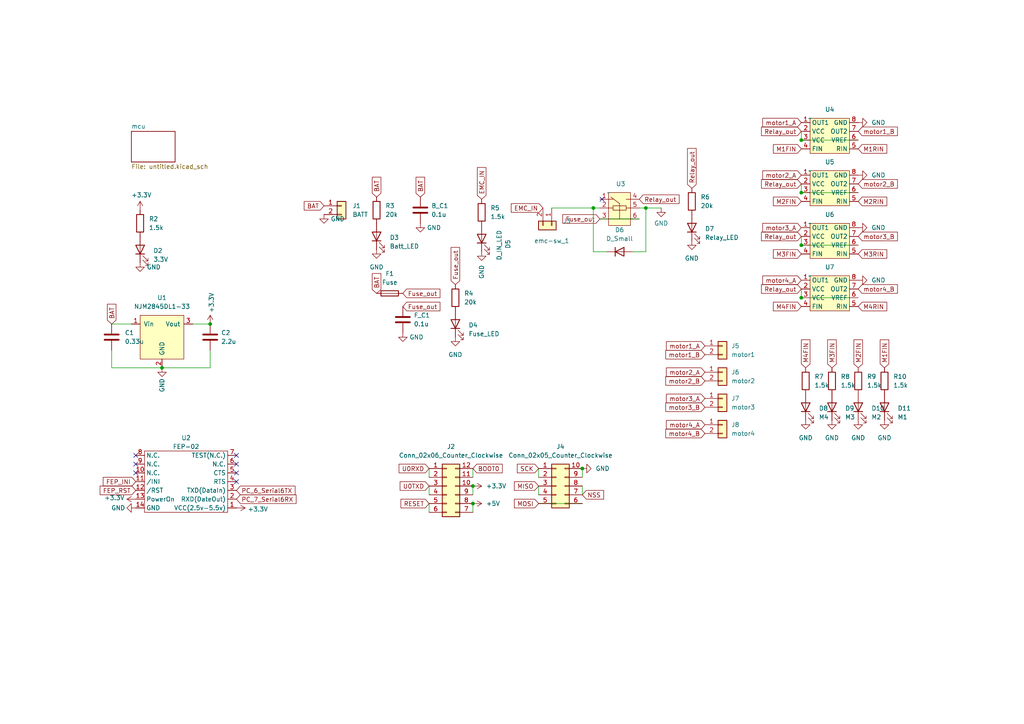
<source format=kicad_sch>
(kicad_sch (version 20230121) (generator eeschema)
  (paper "A4")
  (lib_symbols
    (symbol "+3.3V_1" (power) (pin_names (offset 0))
      (property "Value" "+3.3V_1" (at 0 3.556 0))
      (symbol "+3.3V_1_0_1"
        (polyline (pts (xy -0.762 1.27) (xy 0 2.54)))
        (polyline (pts (xy 0 0) (xy 0 2.54)))
        (polyline (pts (xy 0 2.54) (xy 0.762 1.27)))
      )
      (symbol "+3.3V_1_1_1"
        (pin power_in line (at 0 0 90) (length 0) hide (name "+3.3V") (number "1"))
      )
    )
    (symbol "+5V_1" (power) (pin_names (offset 0))
      (property "Value" "+5V_1" (at 0 3.556 0))
      (symbol "+5V_1_0_1"
        (polyline (pts (xy -0.762 1.27) (xy 0 2.54)))
        (polyline (pts (xy 0 0) (xy 0 2.54)))
        (polyline (pts (xy 0 2.54) (xy 0.762 1.27)))
      )
      (symbol "+5V_1_1_1"
        (pin power_in line (at 0 0 90) (length 0) hide (name "+5V") (number "1"))
      )
    )
    (symbol "Connector_Generic:Conn_01x02" (pin_names (offset 1.016) hide)
      (property "Reference" "J" (at 0 2.54 0))
      (property "Value" "Conn_01x02" (at 0 -5.08 0))
      (symbol "Conn_01x02_1_1"
        (rectangle (start -1.27 -2.413) (end 0 -2.667) (stroke (width 0.1524)))
        (rectangle (start -1.27 0.127) (end 0 -0.127) (stroke (width 0.1524)))
        (rectangle (start -1.27 1.27) (end 1.27 -3.81) (stroke (width 0.254)) (fill (type background)))
        (pin passive line (at -5.08 0 0) (length 3.81) (name "Pin_1") (number "1"))
        (pin passive line (at -5.08 -2.54 0) (length 3.81) (name "Pin_2") (number "2"))
      )
    )
    (symbol "Connector_Generic:Conn_02x05_Counter_Clockwise" (pin_names (offset 1.016) hide)
      (property "Reference" "J" (at 1.27 7.62 0))
      (property "Value" "Conn_02x05_Counter_Clockwise" (at 1.27 -7.62 0))
      (symbol "Conn_02x05_Counter_Clockwise_1_1"
        (rectangle (start -1.27 -4.953) (end 0 -5.207) (stroke (width 0.1524)))
        (rectangle (start -1.27 -2.413) (end 0 -2.667) (stroke (width 0.1524)))
        (rectangle (start -1.27 0.127) (end 0 -0.127) (stroke (width 0.1524)))
        (rectangle (start -1.27 2.667) (end 0 2.413) (stroke (width 0.1524)))
        (rectangle (start -1.27 5.207) (end 0 4.953) (stroke (width 0.1524)))
        (rectangle (start -1.27 6.35) (end 3.81 -6.35) (stroke (width 0.254)) (fill (type background)))
        (rectangle (start 3.81 -4.953) (end 2.54 -5.207) (stroke (width 0.1524)))
        (rectangle (start 3.81 -2.413) (end 2.54 -2.667) (stroke (width 0.1524)))
        (rectangle (start 3.81 0.127) (end 2.54 -0.127) (stroke (width 0.1524)))
        (rectangle (start 3.81 2.667) (end 2.54 2.413) (stroke (width 0.1524)))
        (rectangle (start 3.81 5.207) (end 2.54 4.953) (stroke (width 0.1524)))
        (pin passive line (at -5.08 5.08 0) (length 3.81) (name "Pin_1") (number "1"))
        (pin passive line (at 7.62 5.08 180) (length 3.81) (name "Pin_10") (number "10"))
        (pin passive line (at -5.08 2.54 0) (length 3.81) (name "Pin_2") (number "2"))
        (pin passive line (at -5.08 0 0) (length 3.81) (name "Pin_3") (number "3"))
        (pin passive line (at -5.08 -2.54 0) (length 3.81) (name "Pin_4") (number "4"))
        (pin passive line (at -5.08 -5.08 0) (length 3.81) (name "Pin_5") (number "5"))
        (pin passive line (at 7.62 -5.08 180) (length 3.81) (name "Pin_6") (number "6"))
        (pin passive line (at 7.62 -2.54 180) (length 3.81) (name "Pin_7") (number "7"))
        (pin passive line (at 7.62 0 180) (length 3.81) (name "Pin_8") (number "8"))
        (pin passive line (at 7.62 2.54 180) (length 3.81) (name "Pin_9") (number "9"))
      )
    )
    (symbol "Connector_Generic:Conn_02x06_Counter_Clockwise" (pin_names (offset 1.016) hide)
      (property "Reference" "J" (at 1.27 7.62 0))
      (property "Value" "Conn_02x06_Counter_Clockwise" (at 1.27 -10.16 0))
      (symbol "Conn_02x06_Counter_Clockwise_1_1"
        (rectangle (start -1.27 -7.493) (end 0 -7.747) (stroke (width 0.1524)))
        (rectangle (start -1.27 -4.953) (end 0 -5.207) (stroke (width 0.1524)))
        (rectangle (start -1.27 -2.413) (end 0 -2.667) (stroke (width 0.1524)))
        (rectangle (start -1.27 0.127) (end 0 -0.127) (stroke (width 0.1524)))
        (rectangle (start -1.27 2.667) (end 0 2.413) (stroke (width 0.1524)))
        (rectangle (start -1.27 5.207) (end 0 4.953) (stroke (width 0.1524)))
        (rectangle (start -1.27 6.35) (end 3.81 -8.89) (stroke (width 0.254)) (fill (type background)))
        (rectangle (start 3.81 -7.493) (end 2.54 -7.747) (stroke (width 0.1524)))
        (rectangle (start 3.81 -4.953) (end 2.54 -5.207) (stroke (width 0.1524)))
        (rectangle (start 3.81 -2.413) (end 2.54 -2.667) (stroke (width 0.1524)))
        (rectangle (start 3.81 0.127) (end 2.54 -0.127) (stroke (width 0.1524)))
        (rectangle (start 3.81 2.667) (end 2.54 2.413) (stroke (width 0.1524)))
        (rectangle (start 3.81 5.207) (end 2.54 4.953) (stroke (width 0.1524)))
        (pin passive line (at -5.08 5.08 0) (length 3.81) (name "Pin_1") (number "1"))
        (pin passive line (at 7.62 0 180) (length 3.81) (name "Pin_10") (number "10"))
        (pin passive line (at 7.62 2.54 180) (length 3.81) (name "Pin_11") (number "11"))
        (pin passive line (at 7.62 5.08 180) (length 3.81) (name "Pin_12") (number "12"))
        (pin passive line (at -5.08 2.54 0) (length 3.81) (name "Pin_2") (number "2"))
        (pin passive line (at -5.08 0 0) (length 3.81) (name "Pin_3") (number "3"))
        (pin passive line (at -5.08 -2.54 0) (length 3.81) (name "Pin_4") (number "4"))
        (pin passive line (at -5.08 -5.08 0) (length 3.81) (name "Pin_5") (number "5"))
        (pin passive line (at -5.08 -7.62 0) (length 3.81) (name "Pin_6") (number "6"))
        (pin passive line (at 7.62 -7.62 180) (length 3.81) (name "Pin_7") (number "7"))
        (pin passive line (at 7.62 -5.08 180) (length 3.81) (name "Pin_8") (number "8"))
        (pin passive line (at 7.62 -2.54 180) (length 3.81) (name "Pin_9") (number "9"))
      )
    )
    (symbol "Device:C" (pin_numbers hide) (pin_names (offset 0.254))
      (property "Reference" "C" (at 0.635 2.54 0))
      (property "Value" "C" (at 0.635 -2.54 0))
      (symbol "C_0_1"
        (polyline (pts (xy -2.032 -0.762) (xy 2.032 -0.762)) (stroke (width 0.508)))
        (polyline (pts (xy -2.032 0.762) (xy 2.032 0.762)) (stroke (width 0.508)))
      )
      (symbol "C_1_1"
        (pin passive line (at 0 3.81 270) (length 2.794) (name "~") (number "1"))
        (pin passive line (at 0 -3.81 90) (length 2.794) (name "~") (number "2"))
      )
    )
    (symbol "Device:D" (pin_numbers hide) (pin_names (offset 1.016) hide)
      (property "Reference" "D" (at 0 2.54 0))
      (property "Value" "D" (at 0 -2.54 0))
      (symbol "D_0_1"
        (polyline (pts (xy -1.27 1.27) (xy -1.27 -1.27)) (stroke (width 0.254)))
        (polyline (pts (xy 1.27 0) (xy -1.27 0)))
        (polyline (pts (xy 1.27 1.27) (xy 1.27 -1.27) (xy -1.27 0) (xy 1.27 1.27)) (stroke (width 0.254)))
      )
      (symbol "D_1_1"
        (pin passive line (at -3.81 0 0) (length 2.54) (name "K") (number "1"))
        (pin passive line (at 3.81 0 180) (length 2.54) (name "A") (number "2"))
      )
    )
    (symbol "Device:Fuse" (pin_numbers hide) (pin_names (offset 0))
      (property "Reference" "F" (at 2.032 0 90))
      (property "Value" "Fuse" (at -1.905 0 90))
      (symbol "Fuse_0_1"
        (rectangle (start -0.762 -2.54) (end 0.762 2.54) (stroke (width 0.254)))
        (polyline (pts (xy 0 2.54) (xy 0 -2.54)))
      )
      (symbol "Fuse_1_1"
        (pin passive line (at 0 3.81 270) (length 1.27) (name "~") (number "1"))
        (pin passive line (at 0 -3.81 90) (length 1.27) (name "~") (number "2"))
      )
    )
    (symbol "Device:LED" (pin_numbers hide) (pin_names (offset 1.016) hide)
      (property "Reference" "D" (at 0 2.54 0))
      (property "Value" "LED" (at 0 -2.54 0))
      (symbol "LED_0_1"
        (polyline (pts (xy -1.27 -1.27) (xy -1.27 1.27)) (stroke (width 0.254)))
        (polyline (pts (xy -1.27 0) (xy 1.27 0)))
        (polyline (pts (xy 1.27 -1.27) (xy 1.27 1.27) (xy -1.27 0) (xy 1.27 -1.27)) (stroke (width 0.254)))
        (polyline (pts (xy -3.048 -0.762) (xy -4.572 -2.286) (xy -3.81 -2.286) (xy -4.572 -2.286) (xy -4.572 -1.524)))
        (polyline (pts (xy -1.778 -0.762) (xy -3.302 -2.286) (xy -2.54 -2.286) (xy -3.302 -2.286) (xy -3.302 -1.524)))
      )
      (symbol "LED_1_1"
        (pin passive line (at -3.81 0 0) (length 2.54) (name "K") (number "1"))
        (pin passive line (at 3.81 0 180) (length 2.54) (name "A") (number "2"))
      )
    )
    (symbol "Device:R" (pin_numbers hide) (pin_names (offset 0))
      (property "Reference" "R" (at 2.032 0 90))
      (property "Value" "R" (at 0 0 90))
      (symbol "R_0_1"
        (rectangle (start -1.016 -2.54) (end 1.016 2.54) (stroke (width 0.254)))
      )
      (symbol "R_1_1"
        (pin passive line (at 0 3.81 270) (length 1.27) (name "~") (number "1"))
        (pin passive line (at 0 -3.81 90) (length 1.27) (name "~") (number "2"))
      )
    )
    (symbol "GND_1" (power) (pin_names (offset 0))
      (property "Value" "GND_1" (at 0 -3.81 0))
      (symbol "GND_1_0_1"
        (polyline (pts (xy 0 0) (xy 0 -1.27) (xy 1.27 -1.27) (xy 0 -2.54) (xy -1.27 -1.27) (xy 0 -1.27)))
      )
      (symbol "GND_1_1_1"
        (pin power_in line (at 0 0 270) (length 0) hide (name "GND") (number "1"))
      )
    )
    (symbol "Symbol_Monkey:NJM2845DL1-33" (pin_names (offset 1.016))
      (property "Reference" "U" (at 7.62 3.81 0))
      (property "Value" "NJM2845DL1-33" (at 8.89 1.27 0))
      (symbol "NJM2845DL1-33_0_1"
        (rectangle (start 15.24 0) (end 2.54 -12.7) (fill (type background)))
      )
      (symbol "NJM2845DL1-33_1_1"
        (pin passive line (at 0 -2.54 0) (length 2.54) (name "Vin") (number "1"))
        (pin passive line (at 8.89 -15.24 90) (length 2.54) (name "GND") (number "2"))
        (pin passive line (at 17.78 -2.54 180) (length 2.54) (name "Vout") (number "3"))
      )
    )
    (symbol "power:+3.3V" (power) (pin_names (offset 0))
      (property "Value" "+3.3V" (at 0 3.556 0))
      (symbol "+3.3V_0_1"
        (polyline (pts (xy -0.762 1.27) (xy 0 2.54)))
        (polyline (pts (xy 0 0) (xy 0 2.54)))
        (polyline (pts (xy 0 2.54) (xy 0.762 1.27)))
      )
      (symbol "+3.3V_1_1"
        (pin power_in line (at 0 0 90) (length 0) hide (name "+3.3V") (number "1"))
      )
    )
    (symbol "power:GND" (power) (pin_names (offset 0))
      (property "Value" "GND" (at 0 -3.81 0))
      (symbol "GND_0_1"
        (polyline (pts (xy 0 0) (xy 0 -1.27) (xy 1.27 -1.27) (xy 0 -2.54) (xy -1.27 -1.27) (xy 0 -1.27)))
      )
      (symbol "GND_1_1"
        (pin power_in line (at 0 0 270) (length 0) hide (name "GND") (number "1"))
      )
    )
    (symbol "watanabe_sym:BD6211F"
      (property "Reference" "U" (at 0 1.27 0))
      (symbol "BD6211F_1_1"
        (rectangle (start 0 0) (end 11.43 -10.16) (fill (type background)))
        (pin passive line (at -2.54 -1.27 0) (length 2.54) (name "OUT1") (number "1"))
        (pin passive line (at -2.54 -3.81 0) (length 2.54) (name "VCC") (number "2"))
        (pin passive line (at -2.54 -6.35 0) (length 2.54) (name "VCC") (number "3"))
        (pin passive line (at -2.54 -8.89 0) (length 2.54) (name "FIN") (number "4"))
        (pin passive line (at 13.97 -8.89 180) (length 2.54) (name "RIN") (number "5"))
        (pin passive line (at 13.97 -6.35 180) (length 2.54) (name "VREF") (number "6"))
        (pin passive line (at 13.97 -3.81 180) (length 2.54) (name "OUT2") (number "7"))
        (pin passive line (at 13.97 -1.27 180) (length 2.54) (name "GND") (number "8"))
      )
    )
    (symbol "watanabe_sym:FEP-02"
      (property "Reference" "U" (at 0 0 0))
      (property "Value" "FEP-02" (at 0 1.905 0))
      (symbol "FEP-02_0_1"
        (rectangle (start -12.065 0) (end 12.065 -17.78))
      )
      (symbol "FEP-02_1_1"
        (pin input line (at 14.605 -16.51 180) (length 2.54) (name "VCC(2.5v-5.5v)") (number "1"))
        (pin input line (at -14.605 -6.35 0) (length 2.54) (name "N.C.") (number "10"))
        (pin input line (at -14.605 -8.89 0) (length 2.54) (name "/INI") (number "11"))
        (pin input line (at -14.605 -11.43 0) (length 2.54) (name "/RST") (number "12"))
        (pin input line (at -14.605 -13.97 0) (length 2.54) (name "PowerOn") (number "13"))
        (pin input line (at -14.605 -16.51 0) (length 2.54) (name "GND") (number "14"))
        (pin input line (at 14.605 -13.97 180) (length 2.54) (name "RXD(DateOut)") (number "2"))
        (pin input line (at 14.605 -11.43 180) (length 2.54) (name "TXD(DataIn)") (number "3"))
        (pin input line (at 14.605 -8.89 180) (length 2.54) (name "RTS") (number "4"))
        (pin input line (at 14.605 -6.35 180) (length 2.54) (name "CTS") (number "5"))
        (pin input line (at 14.605 -3.81 180) (length 2.54) (name "N.C.") (number "6"))
        (pin input line (at 14.605 -1.27 180) (length 2.54) (name "TEST(N.C.)") (number "7"))
        (pin input line (at -14.605 -1.27 0) (length 2.54) (name "N.C.") (number "8"))
        (pin input line (at -14.605 -3.81 0) (length 2.54) (name "N.C.") (number "9"))
      )
    )
    (symbol "watanabe_sym:Y14H-1C-9DS"
      (property "Reference" "U" (at 3.175 3.175 0))
      (property "Value" "Y14H-1C-9DC" (at 3.81 1.27 0))
      (symbol "Y14H-1C-9DS_0_1"
        (polyline (pts (xy 0 -7.62) (xy 6.985 -7.62)))
        (polyline (pts (xy 0 -4.445) (xy 1.27 -4.445)))
        (polyline (pts (xy 0 -1.905) (xy 1.27 -1.905)))
        (polyline (pts (xy 3.175 -7.62) (xy 3.175 -3.175)))
        (polyline (pts (xy 3.175 -3.175) (xy 0.635 -1.27)))
        (polyline (pts (xy 5.08 -4.445) (xy 6.35 -4.445)))
        (polyline (pts (xy 6.35 -1.905) (xy 5.08 -1.905)))
        (rectangle (start 1.27 -3.81) (end 5.08 -5.08))
      )
      (symbol "Y14H-1C-9DS_1_1"
        (rectangle (start 0 0) (end 6.35 -9.525) (fill (type background)))
        (pin passive line (at -2.54 -1.905 0) (length 2.54) (name "~") (number "1"))
        (pin passive line (at -2.54 -4.445 0) (length 2.54) (name "~") (number "2"))
        (pin passive line (at -2.54 -7.62 0) (length 2.54) (name "~") (number "3"))
        (pin passive line (at 8.89 -1.905 180) (length 2.54) (name "~") (number "4"))
        (pin passive line (at 8.89 -4.445 180) (length 2.54) (name "~") (number "5"))
        (pin passive line (at 8.89 -7.62 180) (length 2.54) (name "~") (number "6"))
      )
    )
  )
  (junction (at 232.41 71.12))
  (junction (at 232.41 40.64))
  (junction (at 60.96 93.98))
  (junction (at 168.91 135.89))
  (junction (at 137.16 146.05))
  (junction (at 137.16 140.97))
  (junction (at 172.085 60.325))
  (junction (at 46.99 106.68))
  (junction (at 232.41 86.36))
  (junction (at 232.41 55.88))
  (junction (at 187.325 60.325))
  (no_connect (at 174.625 57.785))
  (no_connect (at 68.58 134.62))
  (no_connect (at 39.37 134.62))
  (no_connect (at 39.37 137.16))
  (no_connect (at 68.58 137.16))
  (no_connect (at 68.58 132.08))
  (no_connect (at 39.37 132.08))
  (no_connect (at 68.58 139.7))
  (wire (pts (xy 60.96 106.68) (xy 46.99 106.68)))
  (wire (pts (xy 175.895 73.025) (xy 172.085 73.025)))
  (wire (pts (xy 55.88 93.98) (xy 60.96 93.98)))
  (wire (pts (xy 124.46 146.05) (xy 124.46 148.59)))
  (wire (pts (xy 124.46 140.97) (xy 124.46 143.51)))
  (wire (pts (xy 232.41 83.82) (xy 232.41 86.36)))
  (wire (pts (xy 137.16 135.89) (xy 137.16 138.43)))
  (wire (pts (xy 32.385 101.6) (xy 32.385 106.68)))
  (wire (pts (xy 232.41 55.88) (xy 248.92 55.88)))
  (wire (pts (xy 232.41 68.58) (xy 232.41 71.12)))
  (wire (pts (xy 185.42 63.5) (xy 173.99 63.5)))
  (wire (pts (xy 124.46 135.89) (xy 124.46 138.43)))
  (wire (pts (xy 232.41 71.12) (xy 248.92 71.12)))
  (wire (pts (xy 60.96 101.6) (xy 60.96 106.68)))
  (wire (pts (xy 185.42 60.325) (xy 187.325 60.325)))
  (wire (pts (xy 156.21 140.97) (xy 156.21 143.51)))
  (wire (pts (xy 32.385 93.98) (xy 38.1 93.98)))
  (wire (pts (xy 232.41 40.64) (xy 248.92 40.64)))
  (wire (pts (xy 172.085 60.325) (xy 173.99 60.325)))
  (wire (pts (xy 187.325 60.325) (xy 187.325 73.025)))
  (wire (pts (xy 232.41 38.1) (xy 232.41 40.64)))
  (wire (pts (xy 232.41 53.34) (xy 232.41 55.88)))
  (wire (pts (xy 32.385 106.68) (xy 46.99 106.68)))
  (wire (pts (xy 232.41 86.36) (xy 248.92 86.36)))
  (wire (pts (xy 172.085 73.025) (xy 172.085 60.325)))
  (wire (pts (xy 156.21 146.05) (xy 168.91 146.05)))
  (wire (pts (xy 183.515 73.025) (xy 187.325 73.025)))
  (wire (pts (xy 137.16 146.05) (xy 137.16 148.59)))
  (wire (pts (xy 156.21 135.89) (xy 156.21 138.43)))
  (wire (pts (xy 137.16 140.97) (xy 137.16 143.51)))
  (wire (pts (xy 168.91 135.89) (xy 168.91 138.43)))
  (wire (pts (xy 187.325 60.325) (xy 191.77 60.325)))
  (wire (pts (xy 160.02 60.325) (xy 172.085 60.325)))
  (wire (pts (xy 168.91 140.97) (xy 168.91 143.51)))
  (global_label "M1FIN" (shape input) (at 256.54 106.68 90) (property "Intersheetrefs" "${INTERSHEET_REFS}" (effects hide)))
  (global_label "motor3_A" (shape input) (at 232.41 66.04 180) (property "Intersheetrefs" "${INTERSHEET_REFS}" (effects hide)))
  (global_label "M2RIN" (shape input) (at 248.92 58.42 0) (property "Intersheetrefs" "${INTERSHEET_REFS}" (effects hide)))
  (global_label "PC_6_Serial6TX" (shape input) (at 68.58 142.24 0) (property "Intersheetrefs" "${INTERSHEET_REFS}" (effects hide)) (property "シート間のリファレンス" "${INTERSHEET_REFS}" (effects hide)))
  (global_label "motor3_B" (shape input) (at 248.92 68.58 0) (property "Intersheetrefs" "${INTERSHEET_REFS}" (effects hide)))
  (global_label "FEP_INI" (shape input) (at 39.37 139.7 180) (property "Intersheetrefs" "${INTERSHEET_REFS}" (effects hide)))
  (global_label "RESET" (shape input) (at 124.46 146.05 180) (property "Intersheetrefs" "${INTERSHEET_REFS}" (effects hide)))
  (global_label "FEP_RST" (shape input) (at 39.37 142.24 180) (property "Intersheetrefs" "${INTERSHEET_REFS}" (effects hide)))
  (global_label "BAT" (shape input) (at 109.22 57.15 90) (property "Intersheetrefs" "${INTERSHEET_REFS}" (effects hide)))
  (global_label "Fuse_out" (shape input) (at 116.84 88.9 0) (property "Intersheetrefs" "${INTERSHEET_REFS}" (effects hide)))
  (global_label "M3FIN" (shape input) (at 232.41 73.66 180) (property "Intersheetrefs" "${INTERSHEET_REFS}" (effects hide)))
  (global_label "MISO" (shape input) (at 156.21 140.97 180) (property "Intersheetrefs" "${INTERSHEET_REFS}" (effects hide)))
  (global_label "motor4_A" (shape input) (at 232.41 81.28 180) (property "Intersheetrefs" "${INTERSHEET_REFS}" (effects hide)))
  (global_label "U0TXD" (shape input) (at 124.46 140.97 180) (property "Intersheetrefs" "${INTERSHEET_REFS}" (effects hide)))
  (global_label "Relay_out" (shape input) (at 232.41 53.34 180) (property "Intersheetrefs" "${INTERSHEET_REFS}" (effects hide)))
  (global_label "M4RIN" (shape input) (at 248.92 88.9 0) (property "Intersheetrefs" "${INTERSHEET_REFS}" (effects hide)))
  (global_label "PC_7_Serial6RX" (shape input) (at 68.58 144.78 0) (property "Intersheetrefs" "${INTERSHEET_REFS}" (effects hide)) (property "シート間のリファレンス" "${INTERSHEET_REFS}" (effects hide)))
  (global_label "motor2_A" (shape input) (at 204.47 107.95 180) (property "Intersheetrefs" "${INTERSHEET_REFS}" (effects hide)))
  (global_label "SCK" (shape input) (at 156.21 135.89 180) (property "Intersheetrefs" "${INTERSHEET_REFS}" (effects hide)))
  (global_label "motor2_B" (shape input) (at 204.47 110.49 180) (property "Intersheetrefs" "${INTERSHEET_REFS}" (effects hide)))
  (global_label "Fuse_out" (shape input) (at 116.84 85.09 0) (property "Intersheetrefs" "${INTERSHEET_REFS}" (effects hide)))
  (global_label "NSS" (shape input) (at 168.91 143.51 0) (property "Intersheetrefs" "${INTERSHEET_REFS}" (effects hide)))
  (global_label "BAT" (shape input) (at 121.92 57.15 90) (property "Intersheetrefs" "${INTERSHEET_REFS}" (effects hide)))
  (global_label "M3FIN" (shape input) (at 241.3 106.68 90) (property "Intersheetrefs" "${INTERSHEET_REFS}" (effects hide)))
  (global_label "motor1_A" (shape input) (at 204.47 100.33 180) (property "Intersheetrefs" "${INTERSHEET_REFS}" (effects hide)))
  (global_label "motor3_B" (shape input) (at 204.47 118.11 180) (property "Intersheetrefs" "${INTERSHEET_REFS}" (effects hide)))
  (global_label "MOSI" (shape input) (at 156.21 146.05 180) (property "Intersheetrefs" "${INTERSHEET_REFS}" (effects hide)))
  (global_label "motor3_A" (shape input) (at 204.47 115.57 180) (property "Intersheetrefs" "${INTERSHEET_REFS}" (effects hide)))
  (global_label "M4FIN" (shape input) (at 233.68 106.68 90) (property "Intersheetrefs" "${INTERSHEET_REFS}" (effects hide)))
  (global_label "Fuse_out" (shape input) (at 132.08 82.55 90) (property "Intersheetrefs" "${INTERSHEET_REFS}" (effects hide)))
  (global_label "Relay_out" (shape input) (at 232.41 68.58 180) (property "Intersheetrefs" "${INTERSHEET_REFS}" (effects hide)))
  (global_label "motor4_B" (shape input) (at 204.47 125.73 180) (property "Intersheetrefs" "${INTERSHEET_REFS}" (effects hide)))
  (global_label "BAT" (shape input) (at 109.22 85.09 90) (property "Intersheetrefs" "${INTERSHEET_REFS}" (effects hide)))
  (global_label "M1RIN" (shape input) (at 248.92 43.18 0) (property "Intersheetrefs" "${INTERSHEET_REFS}" (effects hide)))
  (global_label "U0RXD" (shape input) (at 124.46 135.89 180) (property "Intersheetrefs" "${INTERSHEET_REFS}" (effects hide)))
  (global_label "BAT" (shape input) (at 93.98 59.69 180) (property "Intersheetrefs" "${INTERSHEET_REFS}" (effects hide)))
  (global_label "EMC_IN" (shape input) (at 157.48 60.325 180) (property "Intersheetrefs" "${INTERSHEET_REFS}" (effects hide)))
  (global_label "motor1_A" (shape input) (at 232.41 35.56 180) (property "Intersheetrefs" "${INTERSHEET_REFS}" (effects hide)))
  (global_label "Relay_out" (shape input) (at 232.41 83.82 180) (property "Intersheetrefs" "${INTERSHEET_REFS}" (effects hide)))
  (global_label "Relay_out" (shape input) (at 200.66 54.61 90) (property "Intersheetrefs" "${INTERSHEET_REFS}" (effects hide)))
  (global_label "EMC_IN" (shape input) (at 139.7 57.785 90) (property "Intersheetrefs" "${INTERSHEET_REFS}" (effects hide)))
  (global_label "motor1_B" (shape input) (at 248.92 38.1 0) (property "Intersheetrefs" "${INTERSHEET_REFS}" (effects hide)))
  (global_label "Relay_out" (shape input) (at 185.42 57.785 0) (property "Intersheetrefs" "${INTERSHEET_REFS}" (effects hide)) (property "シート間のリファレンス" "${INTERSHEET_REFS}" (effects hide)))
  (global_label "M1FIN" (shape input) (at 232.41 43.18 180) (property "Intersheetrefs" "${INTERSHEET_REFS}" (effects hide)))
  (global_label "motor2_B" (shape input) (at 248.92 53.34 0) (property "Intersheetrefs" "${INTERSHEET_REFS}" (effects hide)))
  (global_label "motor4_A" (shape input) (at 204.47 123.19 180) (property "Intersheetrefs" "${INTERSHEET_REFS}" (effects hide)))
  (global_label "Relay_out" (shape input) (at 232.41 38.1 180) (property "Intersheetrefs" "${INTERSHEET_REFS}" (effects hide)))
  (global_label "BOOT0" (shape input) (at 137.16 135.89 0) (property "Intersheetrefs" "${INTERSHEET_REFS}" (effects hide)))
  (global_label "M3RIN" (shape input) (at 248.92 73.66 0) (property "Intersheetrefs" "${INTERSHEET_REFS}" (effects hide)))
  (global_label "M2FIN" (shape input) (at 232.41 58.42 180) (property "Intersheetrefs" "${INTERSHEET_REFS}" (effects hide)))
  (global_label "motor2_A" (shape input) (at 232.41 50.8 180) (property "Intersheetrefs" "${INTERSHEET_REFS}" (effects hide)))
  (global_label "motor1_B" (shape input) (at 204.47 102.87 180) (property "Intersheetrefs" "${INTERSHEET_REFS}" (effects hide)))
  (global_label "motor4_B" (shape input) (at 248.92 83.82 0) (property "Intersheetrefs" "${INTERSHEET_REFS}" (effects hide)))
  (global_label "M4FIN" (shape input) (at 232.41 88.9 180) (property "Intersheetrefs" "${INTERSHEET_REFS}" (effects hide)))
  (global_label "M2FIN" (shape input) (at 248.92 106.68 90) (property "Intersheetrefs" "${INTERSHEET_REFS}" (effects hide)))
  (global_label "BAT" (shape input) (at 32.385 93.98 90) (property "Intersheetrefs" "${INTERSHEET_REFS}" (effects hide)))
  (global_label "Fuse_out" (shape input) (at 173.99 63.5 180) (property "Intersheetrefs" "${INTERSHEET_REFS}" (effects hide)))
  (symbol (lib_id "Device:C") (at 116.84 92.71 0) (unit 1)
    (property "Reference" "F_C1" (at 120.015 91.4399 0) (effects (justify left)))
    (property "Value" "0.1u" (at 120.015 93.9799 0) (effects (justify left)))
    (property "Footprint" "Capacitor_SMD:C_0805_2012Metric_Pad1.18x1.45mm_HandSolder" (effects hide))
  )
  (symbol (lib_id "power:GND") (at 40.64 76.2 0) (unit 1)
    (property "Reference" "#PWR01" (effects hide))
    (property "Value" "GND" (at 42.545 77.4699 0) (effects (justify left)))
  )
  (symbol (lib_id "power:GND") (at 116.84 96.52 0) (unit 1)
    (property "Reference" "#PWR06" (effects hide))
    (property "Value" "GND" (at 118.745 97.7899 0) (effects (justify left)))
  )
  (symbol (lib_id "watanabe_sym:Y14H-1C-9DS") (at 176.53 55.88 0) (unit 1)
    (property "Reference" "U3" (at 180.0225 53.34 0))
    (property "Value" "~" (at 176.53 55.88 0))
    (property "Footprint" "watanabe_smy:Y14H-1C-3DS" (effects hide))
  )
  (symbol (lib_id "Device:LED") (at 256.54 118.11 90) (unit 1)
    (property "Reference" "D11" (at 260.35 118.4275 90) (effects (justify right)))
    (property "Value" "M1" (at 260.35 120.9675 90) (effects (justify right)))
    (property "Footprint" "LED_SMD:LED_0603_1608Metric_Pad1.05x0.95mm_HandSolder" (effects hide))
  )
  (symbol (lib_id "power:GND") (at 109.22 72.39 0) (unit 1)
    (property "Reference" "#PWR05" (effects hide))
    (property "Value" "GND" (at 109.22 77.47 0))
  )
  (symbol (lib_id "watanabe_sym:BD6211F") (at 234.95 34.29 0) (unit 1)
    (property "Reference" "U4" (at 240.665 31.75 0))
    (property "Value" "~" (at 234.95 34.29 0))
    (property "Footprint" "SOP8:SOP8" (effects hide))
  )
  (symbol (lib_id "power:GND") (at 248.92 81.28 90) (unit 1)
    (property "Reference" "#PWR017" (effects hide))
    (property "Value" "GND" (at 252.73 81.28 90) (effects (justify right)))
  )
  (symbol (lib_id "power:GND") (at 256.54 121.92 0) (unit 1)
    (property "Reference" "#PWR019" (effects hide))
    (property "Value" "GND" (at 256.54 127 0))
  )
  (symbol (lib_name "+5V_1") (lib_id "power:+5V") (at 137.16 146.05 270) (mirror x) (unit 1)
    (property "Reference" "#PWR037" (effects hide))
    (property "Value" "+5V" (at 140.97 146.05 90) (effects (justify left)))
  )
  (symbol (lib_id "power:GND") (at 121.92 64.77 0) (unit 1)
    (property "Reference" "#PWR07" (effects hide))
    (property "Value" "GND" (at 123.825 66.0399 0) (effects (justify left)))
  )
  (symbol (lib_id "Symbol_Monkey:NJM2845DL1-33") (at 38.1 91.44 0) (unit 1)
    (property "Reference" "U1" (at 46.99 86.36 0))
    (property "Value" "NJM2845DL1-33" (at 46.99 88.9 0))
    (property "Footprint" "Footprint_nishi:NJM2845DL1-33" (effects hide))
  )
  (symbol (lib_id "power:+3.3V") (at 40.64 60.96 0) (unit 1)
    (property "Reference" "#PWR03" (effects hide))
    (property "Value" "+3.3V" (at 41.021 56.5658 0))
  )
  (symbol (lib_id "watanabe_sym:BD6211F") (at 234.95 49.53 0) (unit 1)
    (property "Reference" "U5" (at 240.665 46.99 0))
    (property "Value" "~" (at 234.95 49.53 0))
    (property "Footprint" "SOP8:SOP8" (effects hide))
  )
  (symbol (lib_id "power:GND") (at 233.68 121.92 0) (unit 1)
    (property "Reference" "#PWR012" (effects hide))
    (property "Value" "GND" (at 233.68 127 0))
  )
  (symbol (lib_id "power:GND") (at 241.3 121.92 0) (unit 1)
    (property "Reference" "#PWR013" (effects hide))
    (property "Value" "GND" (at 241.3 127 0))
  )
  (symbol (lib_id "Device:C") (at 60.96 97.79 0) (unit 1)
    (property "Reference" "C2" (at 64.135 96.5199 0) (effects (justify left)))
    (property "Value" "2.2u" (at 64.135 99.0599 0) (effects (justify left)))
    (property "Footprint" "Footprint_nishi:C_0805_2012" (effects hide))
  )
  (symbol (lib_id "Device:R") (at 233.68 110.49 180) (unit 1)
    (property "Reference" "R7" (at 236.22 109.22 0) (effects (justify right)))
    (property "Value" "1.5k" (at 236.22 111.76 0) (effects (justify right)))
    (property "Footprint" "Resistor_SMD:R_0805_2012Metric_Pad1.20x1.40mm_HandSolder" (effects hide))
  )
  (symbol (lib_id "Device:LED") (at 233.68 118.11 90) (unit 1)
    (property "Reference" "D8" (at 237.49 118.4275 90) (effects (justify right)))
    (property "Value" "M4" (at 237.49 120.9675 90) (effects (justify right)))
    (property "Footprint" "LED_SMD:LED_0603_1608Metric_Pad1.05x0.95mm_HandSolder" (effects hide))
  )
  (symbol (lib_id "Device:LED") (at 139.7 69.215 90) (unit 1)
    (property "Reference" "D5" (at 147.32 70.8025 0))
    (property "Value" "D_IN_LED" (at 144.78 71.12 0))
    (property "Footprint" "LED_SMD:LED_0603_1608Metric_Pad1.05x0.95mm_HandSolder" (effects hide))
  )
  (symbol (lib_id "Device:LED") (at 241.3 118.11 90) (unit 1)
    (property "Reference" "D9" (at 245.11 118.4275 90) (effects (justify right)))
    (property "Value" "M3" (at 245.11 120.9675 90) (effects (justify right)))
    (property "Footprint" "LED_SMD:LED_0603_1608Metric_Pad1.05x0.95mm_HandSolder" (effects hide))
  )
  (symbol (lib_id "watanabe_sym:FEP-02") (at 53.975 130.81 0) (unit 1)
    (property "Reference" "U2" (at 53.975 127 0))
    (property "Value" "FEP-02" (at 53.975 129.54 0))
    (property "Footprint" "NagaokaFootprint2023:FEP-02_PIN_SOCKET" (effects hide))
  )
  (symbol (lib_id "Device:LED") (at 109.22 68.58 90) (unit 1)
    (property "Reference" "D3" (at 113.03 68.8975 90) (effects (justify right)))
    (property "Value" "Batt_LED" (at 113.03 71.4375 90) (effects (justify right)))
    (property "Footprint" "LED_SMD:LED_0603_1608Metric_Pad1.05x0.95mm_HandSolder" (effects hide))
  )
  (symbol (lib_id "Connector_Generic:Conn_01x02") (at 209.55 123.19 0) (unit 1)
    (property "Reference" "J8" (at 212.09 123.19 0) (effects (justify left)))
    (property "Value" "motor4" (at 212.09 125.73 0) (effects (justify left)))
    (property "Footprint" "watanabe_smy:min_motor" (effects hide))
  )
  (symbol (lib_id "Device:R") (at 109.22 60.96 180) (unit 1)
    (property "Reference" "R3" (at 111.76 59.69 0) (effects (justify right)))
    (property "Value" "20k" (at 111.76 62.23 0) (effects (justify right)))
    (property "Footprint" "Resistor_SMD:R_0805_2012Metric_Pad1.20x1.40mm_HandSolder" (effects hide))
  )
  (symbol (lib_id "power:GND") (at 248.92 66.04 90) (unit 1)
    (property "Reference" "#PWR016" (effects hide))
    (property "Value" "GND" (at 252.73 66.04 90) (effects (justify right)))
  )
  (symbol (lib_id "Device:R") (at 132.08 86.36 0) (unit 1)
    (property "Reference" "R4" (at 134.62 85.09 0) (effects (justify left)))
    (property "Value" "20k" (at 134.62 87.63 0) (effects (justify left)))
    (property "Footprint" "Resistor_SMD:R_0805_2012Metric_Pad1.20x1.40mm_HandSolder" (effects hide))
  )
  (symbol (lib_id "power:GND") (at 132.08 97.79 0) (unit 1)
    (property "Reference" "#PWR08" (effects hide))
    (property "Value" "GND" (at 132.08 102.87 0))
  )
  (symbol (lib_id "Device:R") (at 139.7 61.595 180) (unit 1)
    (property "Reference" "R5" (at 142.24 60.325 0) (effects (justify right)))
    (property "Value" "1.5k" (at 142.24 62.865 0) (effects (justify right)))
    (property "Footprint" "Resistor_SMD:R_0805_2012Metric_Pad1.20x1.40mm_HandSolder" (effects hide))
  )
  (symbol (lib_id "power:GND") (at 93.98 62.23 0) (unit 1)
    (property "Reference" "#PWR04" (effects hide))
    (property "Value" "GND" (at 95.885 63.4999 0) (effects (justify left)))
  )
  (symbol (lib_id "Connector_Generic:Conn_01x02") (at 99.06 59.69 0) (unit 1)
    (property "Reference" "J1" (at 102.235 59.6899 0) (effects (justify left)))
    (property "Value" "BATT" (at 102.235 62.2299 0) (effects (justify left)))
    (property "Footprint" "Footprint_Monkey:POWER_PAD" (effects hide))
  )
  (symbol (lib_id "Connector_Generic:Conn_01x02") (at 209.55 115.57 0) (unit 1)
    (property "Reference" "J7" (at 212.09 115.57 0) (effects (justify left)))
    (property "Value" "motor3" (at 212.09 118.11 0) (effects (justify left)))
    (property "Footprint" "watanabe_smy:min_motor" (effects hide))
  )
  (symbol (lib_id "Device:Fuse") (at 113.03 85.09 90) (unit 1)
    (property "Reference" "F1" (at 113.03 79.375 90))
    (property "Value" "Fuse" (at 113.03 81.915 90))
    (property "Footprint" "Footprint_Monkey:FuseHolder_Carfuse" (effects hide))
  )
  (symbol (lib_name "+3.3V_1") (lib_id "power:+3.3V") (at 137.16 140.97 270) (mirror x) (unit 1)
    (property "Reference" "#PWR036" (effects hide))
    (property "Value" "+3.3V" (at 140.97 140.97 90) (effects (justify left)))
  )
  (symbol (lib_id "Device:LED") (at 132.08 93.98 90) (unit 1)
    (property "Reference" "D4" (at 135.89 94.2975 90) (effects (justify right)))
    (property "Value" "Fuse_LED" (at 135.89 96.8375 90) (effects (justify right)))
    (property "Footprint" "LED_SMD:LED_0603_1608Metric_Pad1.05x0.95mm_HandSolder" (effects hide))
  )
  (symbol (lib_id "Connector_Generic:Conn_01x02") (at 160.02 65.405 270) (unit 1)
    (property "Reference" "J3" (at 163.195 64.1349 90) (effects (justify left)))
    (property "Value" "emc-sw_1" (at 154.94 69.85 90) (effects (justify left)))
    (property "Footprint" "Connector_JST:JST_XH_B2B-XH-A_1x02_P2.50mm_Vertical" (effects hide))
  )
  (symbol (lib_id "Device:LED") (at 248.92 118.11 90) (unit 1)
    (property "Reference" "D10" (at 252.73 118.4275 90) (effects (justify right)))
    (property "Value" "M2" (at 252.73 120.9675 90) (effects (justify right)))
    (property "Footprint" "LED_SMD:LED_0603_1608Metric_Pad1.05x0.95mm_HandSolder" (effects hide))
  )
  (symbol (lib_id "Device:LED") (at 200.66 66.04 90) (unit 1)
    (property "Reference" "D7" (at 204.47 66.3575 90) (effects (justify right)))
    (property "Value" "Relay_LED" (at 204.47 68.8975 90) (effects (justify right)))
    (property "Footprint" "LED_SMD:LED_0603_1608Metric_Pad1.05x0.95mm_HandSolder" (effects hide))
  )
  (symbol (lib_id "power:+3.3V") (at 39.37 144.78 90) (unit 1)
    (property "Reference" "#U01" (effects hide))
    (property "Value" "+3.3V" (at 36.1188 144.399 90) (effects (justify left)))
  )
  (symbol (lib_id "Device:C") (at 121.92 60.96 0) (unit 1)
    (property "Reference" "B_C1" (at 125.095 59.6899 0) (effects (justify left)))
    (property "Value" "0.1u" (at 125.095 62.2299 0) (effects (justify left)))
    (property "Footprint" "Capacitor_SMD:C_0805_2012Metric_Pad1.18x1.45mm_HandSolder" (effects hide))
  )
  (symbol (lib_id "power:GND") (at 248.92 121.92 0) (unit 1)
    (property "Reference" "#PWR018" (effects hide))
    (property "Value" "GND" (at 248.92 127 0))
  )
  (symbol (lib_id "Device:R") (at 241.3 110.49 180) (unit 1)
    (property "Reference" "R8" (at 243.84 109.22 0) (effects (justify right)))
    (property "Value" "1.5k" (at 243.84 111.76 0) (effects (justify right)))
    (property "Footprint" "Resistor_SMD:R_0805_2012Metric_Pad1.20x1.40mm_HandSolder" (effects hide))
  )
  (symbol (lib_id "Connector_Generic:Conn_01x02") (at 209.55 107.95 0) (unit 1)
    (property "Reference" "J6" (at 212.09 107.95 0) (effects (justify left)))
    (property "Value" "motor2" (at 212.09 110.49 0) (effects (justify left)))
    (property "Footprint" "watanabe_smy:min_motor" (effects hide))
  )
  (symbol (lib_id "Device:R") (at 256.54 110.49 180) (unit 1)
    (property "Reference" "R10" (at 259.08 109.22 0) (effects (justify right)))
    (property "Value" "1.5k" (at 259.08 111.76 0) (effects (justify right)))
    (property "Footprint" "Resistor_SMD:R_0805_2012Metric_Pad1.20x1.40mm_HandSolder" (effects hide))
  )
  (symbol (lib_id "Connector_Generic:Conn_02x05_Counter_Clockwise") (at 161.29 140.97 0) (unit 1)
    (property "Reference" "J4" (at 162.56 129.54 0))
    (property "Value" "Conn_02x05_Counter_Clockwise" (at 162.56 132.08 0))
    (property "Footprint" "Connector_PinSocket_2.54mm:PinSocket_2x05_P2.54mm_Vertical" (effects hide))
  )
  (symbol (lib_id "power:GND") (at 200.66 69.85 0) (unit 1)
    (property "Reference" "#PWR011" (effects hide))
    (property "Value" "GND" (at 200.66 74.93 0))
  )
  (symbol (lib_id "power:GND") (at 191.77 60.325 0) (unit 1)
    (property "Reference" "#PWR010" (effects hide))
    (property "Value" "GND" (at 191.77 64.77 0))
  )
  (symbol (lib_id "Device:D") (at 179.705 73.025 0) (unit 1)
    (property "Reference" "D6" (at 179.705 66.675 0))
    (property "Value" "D_Small" (at 179.705 69.215 0))
    (property "Footprint" "Diode_SMD:D_SOD-123" (effects hide))
  )
  (symbol (lib_id "Device:LED") (at 40.64 72.39 90) (unit 1)
    (property "Reference" "D2" (at 44.45 72.7075 90) (effects (justify right)))
    (property "Value" "3.3V" (at 44.45 75.2475 90) (effects (justify right)))
    (property "Footprint" "LED_SMD:LED_0603_1608Metric_Pad1.05x0.95mm_HandSolder" (effects hide))
  )
  (symbol (lib_id "power:GND") (at 46.99 106.68 0) (unit 1)
    (property "Reference" "#U02" (effects hide))
    (property "Value" "GND" (at 46.99 111.76 90))
  )
  (symbol (lib_id "power:GND") (at 139.7 73.025 0) (unit 1)
    (property "Reference" "#PWR09" (effects hide))
    (property "Value" "GND" (at 139.7 76.835 90) (effects (justify right)))
  )
  (symbol (lib_id "Connector_Generic:Conn_01x02") (at 209.55 100.33 0) (unit 1)
    (property "Reference" "J5" (at 212.09 100.33 0) (effects (justify left)))
    (property "Value" "motor1" (at 212.09 102.87 0) (effects (justify left)))
    (property "Footprint" "watanabe_smy:min_motor" (effects hide))
  )
  (symbol (lib_id "Device:R") (at 200.66 58.42 180) (unit 1)
    (property "Reference" "R6" (at 203.2 57.15 0) (effects (justify right)))
    (property "Value" "20k" (at 203.2 59.69 0) (effects (justify right)))
    (property "Footprint" "Resistor_SMD:R_0805_2012Metric_Pad1.20x1.40mm_HandSolder" (effects hide))
  )
  (symbol (lib_id "Device:R") (at 248.92 110.49 180) (unit 1)
    (property "Reference" "R9" (at 251.46 109.22 0) (effects (justify right)))
    (property "Value" "1.5k" (at 251.46 111.76 0) (effects (justify right)))
    (property "Footprint" "Resistor_SMD:R_0805_2012Metric_Pad1.20x1.40mm_HandSolder" (effects hide))
  )
  (symbol (lib_id "power:+3.3V") (at 60.96 93.98 0) (unit 1)
    (property "Reference" "#U03" (effects hide))
    (property "Value" "+3.3V" (at 61.341 90.7288 90) (effects (justify left)))
  )
  (symbol (lib_name "GND_1") (lib_id "power:GND") (at 168.91 135.89 90) (unit 1)
    (property "Reference" "#PWR038" (effects hide))
    (property "Value" "GND" (at 172.72 135.89 90) (effects (justify right)))
  )
  (symbol (lib_id "power:GND") (at 39.37 147.32 270) (unit 1)
    (property "Reference" "#PWR02" (effects hide))
    (property "Value" "GND" (at 34.29 147.32 90))
  )
  (symbol (lib_id "power:GND") (at 248.92 35.56 90) (unit 1)
    (property "Reference" "#PWR014" (effects hide))
    (property "Value" "GND" (at 252.73 35.56 90) (effects (justify right)))
  )
  (symbol (lib_id "watanabe_sym:BD6211F") (at 234.95 64.77 0) (unit 1)
    (property "Reference" "U6" (at 240.665 62.23 0))
    (property "Value" "~" (at 234.95 64.77 0))
    (property "Footprint" "SOP8:SOP8" (effects hide))
  )
  (symbol (lib_id "Device:R") (at 40.64 64.77 180) (unit 1)
    (property "Reference" "R2" (at 43.18 63.5 0) (effects (justify right)))
    (property "Value" "1.5k" (at 43.18 66.04 0) (effects (justify right)))
    (property "Footprint" "Resistor_SMD:R_0805_2012Metric_Pad1.20x1.40mm_HandSolder" (effects hide))
  )
  (symbol (lib_id "power:+3.3V") (at 68.58 147.32 270) (unit 1)
    (property "Reference" "#U04" (effects hide))
    (property "Value" "+3.3V" (at 71.8312 147.701 90) (effects (justify left)))
  )
  (symbol (lib_id "Connector_Generic:Conn_02x06_Counter_Clockwise") (at 129.54 140.97 0) (unit 1)
    (property "Reference" "J2" (at 130.81 129.54 0))
    (property "Value" "Conn_02x06_Counter_Clockwise" (at 130.81 132.08 0))
    (property "Footprint" "Connector_PinSocket_2.54mm:PinSocket_2x06_P2.54mm_Vertical" (effects hide))
  )
  (symbol (lib_id "Device:C") (at 32.385 97.79 0) (unit 1)
    (property "Reference" "C1" (at 36.195 96.5199 0) (effects (justify left)))
    (property "Value" "0.33u" (at 36.195 99.0599 0) (effects (justify left)))
    (property "Footprint" "Footprint_nishi:C_0805_2012" (effects hide))
  )
  (symbol (lib_id "power:GND") (at 248.92 50.8 90) (unit 1)
    (property "Reference" "#PWR015" (effects hide))
    (property "Value" "GND" (at 252.73 50.8 90) (effects (justify right)))
  )
  (symbol (lib_id "watanabe_sym:BD6211F") (at 234.95 80.01 0) (unit 1)
    (property "Reference" "U7" (at 240.665 77.47 0))
    (property "Value" "~" (at 234.95 80.01 0))
    (property "Footprint" "SOP8:SOP8" (effects hide))
  )
  (sheet (at 38.1 38.1) (size 12.7 8.89) (stroke (width 0.1524))
    (property "Sheetname" "mcu" (at 38.1 37.3884 0) (effects (justify left bottom)))
    (property "Sheetfile" "untitled.kicad_sch" (at 38.1 47.5746 0) (effects (justify left top)))
  )
)
</source>
